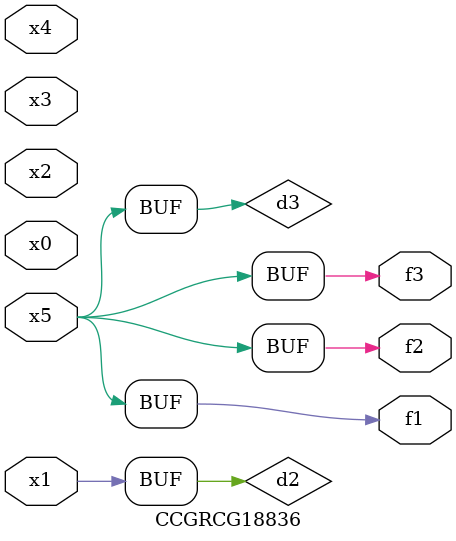
<source format=v>
module CCGRCG18836(
	input x0, x1, x2, x3, x4, x5,
	output f1, f2, f3
);

	wire d1, d2, d3;

	not (d1, x5);
	or (d2, x1);
	xnor (d3, d1);
	assign f1 = d3;
	assign f2 = d3;
	assign f3 = d3;
endmodule

</source>
